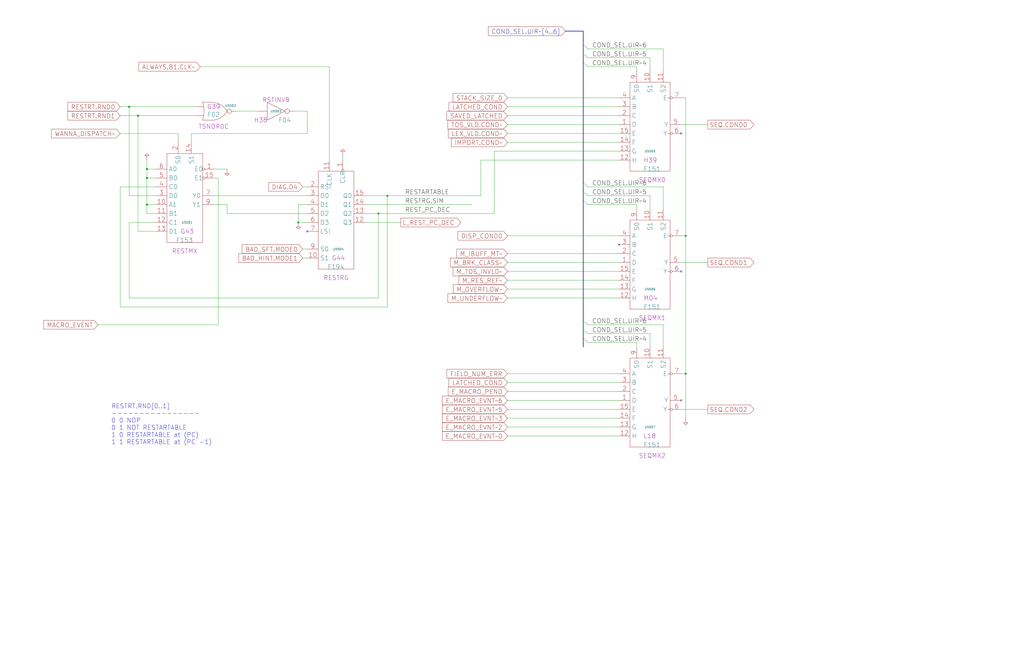
<source format=kicad_sch>
(kicad_sch (version 20250114) (generator "eeschema") (generator_version "9.0")
  (paper "User" 584.2 378.46)
  (title_block (title "SEQUENCE CONDITION SELECT") (date "22-MAY-90") (rev "1.0") (comment 1 "SEQUENCER") (comment 2 "232-003064") (comment 3 "S400") (comment 4 "RELEASED"))
  (lib_symbols
    (symbol "r1000:F02" (pin_numbers (hide yes)) (pin_names (hide yes))
      (property "Reference" "U" (at 12.16 0.635 0))
      (property "Value" "F02" (at -1.27 -4.445 0))
      (property "Location" "___" (at 2.54 0 0))
      (property "Name" "______" (at 2.54 -12.7 0))
      (symbol "F02_0_1"
        (arc (start -3.81 2.54) (mid -2.9847 -2.54) (end -3.81 -7.62) (stroke (width 0.1524)))
        (polyline (pts (xy -5.08 0) (xy -3.175 0)) (stroke (width 0.1524)))
        (polyline (pts (xy -5.08 -5.08) (xy -3.175 -5.08)) (stroke (width 0.1524)))
        (polyline (pts (xy -3.81 2.54) (xy 2.54 2.54)) (stroke (width 0.1524)))
        (polyline (pts (xy -3.81 -7.62) (xy 2.54 -7.62)) (stroke (width 0.1524)))
        (arc (start 2.54 2.54) (mid 6.9477 0.8966) (end 10.16 -2.54) (stroke (width 0.1524)))
        (arc (start 10.16 -2.54) (mid 6.9515 -5.9823) (end 2.54 -7.62) (stroke (width 0.1524)))
        (circle (center 11.43 -2.54) (radius 1.27) (stroke (width 0.1524)))
        (polyline (pts (xy 13.97 -2.54) (xy 12.7 -2.54)) (stroke (width 0.1524)))
      )
      (symbol "F02_0_2"
        (circle (center -3.81 0) (radius 1.27) (stroke (width 0.1524)))
        (circle (center -3.81 -5.08) (radius 1.27) (stroke (width 0.1524)))
        (polyline (pts (xy -2.54 2.54) (xy -2.54 -7.62)) (stroke (width 0.1524)))
        (polyline (pts (xy -2.54 2.54) (xy 5.08 2.54)) (stroke (width 0.1524)))
        (polyline (pts (xy -2.54 -7.62) (xy 5.08 -7.62)) (stroke (width 0.1524)))
        (arc (start 5.08 2.54) (mid 10.1281 -2.54) (end 5.08 -7.62) (stroke (width 0.1524)))
        (polyline (pts (xy 11.43 -2.54) (xy 10.16 -2.54)) (stroke (width 0.1524)))
        (polyline (pts (xy 11.43 -2.54) (xy 12.7 -2.54)) (stroke (width 0.1524)))
      )
      (symbol "F02_1_1"
        (pin input line (at -7.62 0 0) (length 2.54) (name "D0") (number "1"))
        (pin input line (at -7.62 -5.08 0) (length 2.54) (name "D1") (number "2"))
        (pin output line (at 15.24 -2.54 180) (length 1.27) (name "Q") (number "3"))
      )
      (symbol "F02_1_2"
        (pin input line (at -7.62 0 0) (length 2.54) (name "D0") (number "1"))
        (pin input line (at -7.62 -5.08 0) (length 2.54) (name "D1") (number "2"))
        (pin output line (at 15.24 -2.54 180) (length 2.54) (name "Q") (number "3"))
      )
    )
    (symbol "r1000:F04" (pin_numbers (hide yes)) (pin_names (hide yes))
      (property "Reference" "U" (at 0 0 0))
      (property "Value" "F04" (at 1.27 -5.08 0))
      (property "Location" "___" (at -12.7 -5.08 0))
      (property "Name" "______" (at 0 5.08 0))
      (symbol "F04_0_1"
        (polyline (pts (xy -7.62 0) (xy -5.08 0)) (stroke (width 0.1524)))
        (polyline (pts (xy -5.08 5.08) (xy -5.08 -5.08)) (stroke (width 0.1524)))
        (polyline (pts (xy 5.08 0) (xy -5.08 5.08)) (stroke (width 0.1524)))
        (polyline (pts (xy 5.08 0) (xy -5.08 -5.08)) (stroke (width 0.1524)))
        (circle (center 6.35 0) (radius 1.27) (stroke (width 0.1524)))
      )
      (symbol "F04_1_1"
        (pin input line (at -10.16 0 0) (length 2.54) (name "D0") (number "1"))
        (pin output line (at 10.16 0 180) (length 2.54) (name "Q") (number "2"))
      )
    )
    (symbol "r1000:F151" (pin_names (offset 1.016))
      (property "Reference" "U" (at 2.54 5.08 0))
      (property "Value" "F151" (at -1.27 -5.08 0))
      (property "Location" "___" (at -1.27 0 0))
      (property "Name" "______" (at 3.81 -12.7 0))
      (symbol "F151_1_1"
        (rectangle (start -8.89 44.45) (end 13.97 -6.35))
        (circle (center 14.605 35.56) (radius 0.635))
        (circle (center 14.605 15.24) (radius 0.635))
        (pin input line (at -15.24 35.56 0) (length 6.35) (name "A") (number "4"))
        (pin input line (at -15.24 30.48 0) (length 6.35) (name "B") (number "3"))
        (pin input line (at -15.24 25.4 0) (length 6.35) (name "C") (number "2"))
        (pin input line (at -15.24 20.32 0) (length 6.35) (name "D") (number "1"))
        (pin input line (at -15.24 15.24 0) (length 6.35) (name "E") (number "15"))
        (pin input line (at -15.24 10.16 0) (length 6.35) (name "F") (number "14"))
        (pin input line (at -15.24 5.08 0) (length 6.35) (name "G") (number "13"))
        (pin input line (at -15.24 0 0) (length 6.35) (name "H") (number "12"))
        (pin input line (at -5.08 50.8 270) (length 6.35) (name "S0") (number "9"))
        (pin input line (at 2.54 50.8 270) (length 6.35) (name "S1") (number "10"))
        (pin input line (at 10.16 50.8 270) (length 6.35) (name "S2") (number "11"))
        (pin input line (at 20.32 35.56 180) (length 5.08) (name "E~") (number "7"))
        (pin output line (at 20.32 20.32 180) (length 6.35) (name "Y") (number "5"))
        (pin output line (at 20.32 15.24 180) (length 5.08) (name "Y~") (number "6"))
      )
    )
    (symbol "r1000:F153" (pin_names (offset 1.016))
      (property "Reference" "U" (at 2.54 5.08 0))
      (property "Value" "F153" (at -3.81 -5.08 0))
      (property "Location" "___" (at -1.27 0 0))
      (property "Name" "______" (at 1.27 -12.7 0))
      (symbol "F153_1_1"
        (rectangle (start -8.89 44.45) (end 11.43 -6.35))
        (circle (center 12.065 35.56) (radius 0.635))
        (circle (center 12.065 30.48) (radius 0.635))
        (pin input line (at -15.24 35.56 0) (length 6.35) (name "A0") (number "6"))
        (pin input line (at -15.24 30.48 0) (length 6.35) (name "B0") (number "5"))
        (pin input line (at -15.24 25.4 0) (length 6.35) (name "C0") (number "4"))
        (pin input line (at -15.24 20.32 0) (length 6.35) (name "D0") (number "3"))
        (pin input line (at -15.24 15.24 0) (length 6.35) (name "A1") (number "10"))
        (pin input line (at -15.24 10.16 0) (length 6.35) (name "B1") (number "11"))
        (pin input line (at -15.24 5.08 0) (length 6.35) (name "C1") (number "12"))
        (pin input line (at -15.24 0 0) (length 6.35) (name "D1") (number "13"))
        (pin input line (at -2.54 50.8 270) (length 6.35) (name "S0") (number "2"))
        (pin input line (at 5.08 50.8 270) (length 6.35) (name "S1") (number "14"))
        (pin input line (at 17.78 35.56 180) (length 5.08) (name "E0") (number "1"))
        (pin input line (at 17.78 30.48 180) (length 5.08) (name "E1") (number "15"))
        (pin output line (at 17.78 20.32 180) (length 6.35) (name "Y0") (number "7"))
        (pin output line (at 17.78 15.24 180) (length 6.35) (name "Y1") (number "9"))
      )
    )
    (symbol "r1000:F194" (pin_names (offset 1.016))
      (property "Reference" "U" (at 2.54 5.08 0))
      (property "Value" "F194" (at -3.81 -5.08 0))
      (property "Location" "___" (at -1.27 0 0))
      (property "Name" "______" (at 1.27 -12.7 0))
      (symbol "F194_1_1"
        (rectangle (start -8.89 49.53) (end 11.43 -6.35))
        (circle (center 5.08 50.165) (radius 0.635))
        (pin input line (at -15.24 40.64 0) (length 6.35) (name "RSI") (number "2"))
        (pin input line (at -15.24 35.56 0) (length 6.35) (name "D0") (number "3"))
        (pin input line (at -15.24 30.48 0) (length 6.35) (name "D1") (number "4"))
        (pin input line (at -15.24 25.4 0) (length 6.35) (name "D2") (number "5"))
        (pin input line (at -15.24 20.32 0) (length 6.35) (name "D3") (number "6"))
        (pin input line (at -15.24 15.24 0) (length 6.35) (name "LSI") (number "7"))
        (pin input line (at -15.24 5.08 0) (length 6.35) (name "S0") (number "9"))
        (pin input line (at -15.24 0 0) (length 6.35) (name "S1") (number "10"))
        (pin input line (at -2.54 55.88 270) (length 6.35) (name "CLK") (number "11"))
        (pin input line (at 5.08 55.88 270) (length 5.08) (name "CLR") (number "1"))
        (pin output line (at 17.78 35.56 180) (length 6.35) (name "Q0") (number "15"))
        (pin output line (at 17.78 30.48 180) (length 6.35) (name "Q1") (number "14"))
        (pin output line (at 17.78 25.4 180) (length 6.35) (name "Q2") (number "13"))
        (pin output line (at 17.78 20.32 180) (length 6.35) (name "Q3") (number "12"))
      )
    )
    (symbol "r1000:PD" (power) (pin_numbers (hide yes)) (pin_names (hide yes)) (in_bom no)
      (symbol "PD_0_1"
        (polyline (pts (xy 0 -2.54) (xy 1.27 -2.54) (xy 0 -3.81) (xy -1.27 -2.54) (xy 0 -2.54)) (stroke (width 0.1524)))
      )
      (symbol "PD_1_1"
        (pin power_in line (at 0 0 270) (length 2.54) (name "PD") (number "1"))
      )
    )
    (symbol "r1000:PU" (power) (pin_numbers (hide yes)) (pin_names (hide yes))
      (symbol "PU_0_1"
        (polyline (pts (xy 0 2.54) (xy -1.27 2.54) (xy 0 3.81) (xy 1.27 2.54) (xy 0 2.54)) (stroke (width 0.1524)))
      )
      (symbol "PU_1_1"
        (pin power_in line (at 0 0 90) (length 2.54) (name "PU") (number "1"))
      )
    )
  )
  (text "RESTRT.RND[0..1]\n----------------\n0 0 NOP\n0 1 NOT RESTARTABLE\n1 0 RESTARTABLE at (PC)\n1 1 RESTARTABLE at (PC -1)" (at 63.5 254 0) (effects (font (size 2.54 2.54)) (justify left bottom)))
  (junction (at 83.82 96.52))
  (junction (at 73.66 60.96))
  (junction (at 391.16 134.62))
  (junction (at 215.9 121.92))
  (junction (at 391.16 213.36))
  (junction (at 78.74 66.04))
  (junction (at 83.82 101.6))
  (junction (at 83.82 116.84))
  (junction (at 170.18 127))
  (junction (at 220.98 111.76))
  (no_connect (at 388.62 76.2))
  (no_connect (at 353.06 139.7))
  (no_connect (at 388.62 228.6))
  (no_connect (at 388.62 154.94))
  (no_connect (at 175.26 132.08))
  (bus_entry (at 332.74 104.14) (size 2.54 2.54))
  (bus_entry (at 332.74 193.04) (size 2.54 2.54))
  (bus_entry (at 332.74 182.88) (size 2.54 2.54))
  (bus_entry (at 332.74 187.96) (size 2.54 2.54))
  (bus_entry (at 332.74 114.3) (size 2.54 2.54))
  (bus_entry (at 332.74 35.56) (size 2.54 2.54))
  (bus_entry (at 332.74 109.22) (size 2.54 2.54))
  (bus_entry (at 332.74 25.4) (size 2.54 2.54))
  (bus_entry (at 332.74 30.48) (size 2.54 2.54))
  (wire (pts (xy 391.16 134.62) (xy 391.16 55.88)))
  (wire (pts (xy 378.46 185.42) (xy 378.46 198.12)))
  (wire (pts (xy 83.82 116.84) (xy 88.9 116.84)))
  (wire (pts (xy 121.92 116.84) (xy 129.54 116.84)))
  (wire (pts (xy 187.96 38.1) (xy 187.96 91.44)))
  (bus (pts (xy 332.74 104.14) (xy 332.74 109.22)))
  (wire (pts (xy 335.28 38.1) (xy 363.22 38.1)))
  (bus (pts (xy 332.74 25.4) (xy 332.74 30.48)))
  (wire (pts (xy 170.18 127) (xy 175.26 127)))
  (wire (pts (xy 378.46 27.94) (xy 378.46 40.64)))
  (wire (pts (xy 335.28 190.5) (xy 370.84 190.5)))
  (wire (pts (xy 274.32 91.44) (xy 274.32 111.76)))
  (wire (pts (xy 274.32 111.76) (xy 220.98 111.76)))
  (wire (pts (xy 167.64 63.5) (xy 175.26 63.5)))
  (wire (pts (xy 73.66 170.18) (xy 215.9 170.18)))
  (wire (pts (xy 289.56 149.86) (xy 353.06 149.86)))
  (wire (pts (xy 134.62 63.5) (xy 147.32 63.5)))
  (wire (pts (xy 124.46 185.42) (xy 124.46 101.6)))
  (wire (pts (xy 335.28 111.76) (xy 370.84 111.76)))
  (wire (pts (xy 55.88 185.42) (xy 124.46 185.42)))
  (wire (pts (xy 281.94 121.92) (xy 215.9 121.92)))
  (wire (pts (xy 195.58 88.9) (xy 195.58 91.44)))
  (wire (pts (xy 175.26 116.84) (xy 170.18 116.84)))
  (wire (pts (xy 289.56 154.94) (xy 353.06 154.94)))
  (wire (pts (xy 121.92 111.76) (xy 175.26 111.76)))
  (wire (pts (xy 83.82 96.52) (xy 88.9 96.52)))
  (wire (pts (xy 289.56 228.6) (xy 353.06 228.6)))
  (wire (pts (xy 68.58 106.68) (xy 68.58 175.26)))
  (wire (pts (xy 109.22 76.2) (xy 109.22 81.28)))
  (wire (pts (xy 289.56 233.68) (xy 353.06 233.68)))
  (wire (pts (xy 289.56 71.12) (xy 353.06 71.12)))
  (wire (pts (xy 353.06 91.44) (xy 274.32 91.44)))
  (wire (pts (xy 175.26 76.2) (xy 109.22 76.2)))
  (wire (pts (xy 281.94 86.36) (xy 281.94 121.92)))
  (bus (pts (xy 332.74 109.22) (xy 332.74 114.3)))
  (wire (pts (xy 370.84 33.02) (xy 370.84 40.64)))
  (wire (pts (xy 353.06 86.36) (xy 281.94 86.36)))
  (wire (pts (xy 289.56 165.1) (xy 353.06 165.1)))
  (wire (pts (xy 83.82 96.52) (xy 83.82 101.6)))
  (wire (pts (xy 208.28 116.84) (xy 269.24 116.84)))
  (wire (pts (xy 83.82 101.6) (xy 88.9 101.6)))
  (wire (pts (xy 388.62 149.86) (xy 403.86 149.86)))
  (wire (pts (xy 289.56 223.52) (xy 353.06 223.52)))
  (wire (pts (xy 73.66 127) (xy 73.66 170.18)))
  (wire (pts (xy 289.56 144.78) (xy 353.06 144.78)))
  (wire (pts (xy 289.56 213.36) (xy 353.06 213.36)))
  (bus (pts (xy 322.58 17.78) (xy 332.74 17.78)))
  (wire (pts (xy 68.58 175.26) (xy 220.98 175.26)))
  (wire (pts (xy 335.28 27.94) (xy 378.46 27.94)))
  (wire (pts (xy 172.72 106.68) (xy 175.26 106.68)))
  (wire (pts (xy 129.54 121.92) (xy 175.26 121.92)))
  (wire (pts (xy 335.28 106.68) (xy 378.46 106.68)))
  (bus (pts (xy 332.74 17.78) (xy 332.74 25.4)))
  (wire (pts (xy 363.22 38.1) (xy 363.22 40.64)))
  (wire (pts (xy 88.9 127) (xy 73.66 127)))
  (wire (pts (xy 289.56 81.28) (xy 353.06 81.28)))
  (wire (pts (xy 363.22 195.58) (xy 363.22 198.12)))
  (wire (pts (xy 388.62 134.62) (xy 391.16 134.62)))
  (wire (pts (xy 73.66 111.76) (xy 88.9 111.76)))
  (wire (pts (xy 101.6 76.2) (xy 101.6 81.28)))
  (wire (pts (xy 114.3 38.1) (xy 187.96 38.1)))
  (wire (pts (xy 378.46 106.68) (xy 378.46 119.38)))
  (wire (pts (xy 73.66 60.96) (xy 111.76 60.96)))
  (wire (pts (xy 175.26 63.5) (xy 175.26 76.2)))
  (wire (pts (xy 289.56 248.92) (xy 353.06 248.92)))
  (wire (pts (xy 88.9 106.68) (xy 68.58 106.68)))
  (wire (pts (xy 88.9 121.92) (xy 83.82 121.92)))
  (bus (pts (xy 332.74 182.88) (xy 332.74 187.96)))
  (wire (pts (xy 388.62 213.36) (xy 391.16 213.36)))
  (wire (pts (xy 215.9 121.92) (xy 208.28 121.92)))
  (wire (pts (xy 68.58 66.04) (xy 78.74 66.04)))
  (wire (pts (xy 370.84 190.5) (xy 370.84 198.12)))
  (wire (pts (xy 83.82 91.44) (xy 83.82 96.52)))
  (bus (pts (xy 332.74 30.48) (xy 332.74 35.56)))
  (wire (pts (xy 208.28 127) (xy 228.6 127)))
  (bus (pts (xy 332.74 193.04) (xy 332.74 198.12)))
  (wire (pts (xy 78.74 66.04) (xy 78.74 132.08)))
  (wire (pts (xy 78.74 132.08) (xy 88.9 132.08)))
  (wire (pts (xy 78.74 66.04) (xy 111.76 66.04)))
  (wire (pts (xy 391.16 55.88) (xy 388.62 55.88)))
  (wire (pts (xy 83.82 101.6) (xy 83.82 116.84)))
  (wire (pts (xy 289.56 170.18) (xy 353.06 170.18)))
  (wire (pts (xy 391.16 238.76) (xy 391.16 213.36)))
  (wire (pts (xy 335.28 185.42) (xy 378.46 185.42)))
  (wire (pts (xy 73.66 60.96) (xy 73.66 111.76)))
  (wire (pts (xy 68.58 60.96) (xy 73.66 60.96)))
  (wire (pts (xy 388.62 233.68) (xy 403.86 233.68)))
  (wire (pts (xy 289.56 218.44) (xy 353.06 218.44)))
  (wire (pts (xy 289.56 55.88) (xy 353.06 55.88)))
  (wire (pts (xy 289.56 134.62) (xy 353.06 134.62)))
  (wire (pts (xy 68.58 76.2) (xy 101.6 76.2)))
  (wire (pts (xy 129.54 116.84) (xy 129.54 121.92)))
  (wire (pts (xy 289.56 243.84) (xy 353.06 243.84)))
  (wire (pts (xy 172.72 142.24) (xy 175.26 142.24)))
  (wire (pts (xy 289.56 160.02) (xy 353.06 160.02)))
  (wire (pts (xy 335.28 33.02) (xy 370.84 33.02)))
  (wire (pts (xy 124.46 101.6) (xy 121.92 101.6)))
  (wire (pts (xy 220.98 111.76) (xy 208.28 111.76)))
  (wire (pts (xy 172.72 147.32) (xy 175.26 147.32)))
  (bus (pts (xy 332.74 187.96) (xy 332.74 193.04)))
  (wire (pts (xy 83.82 116.84) (xy 83.82 121.92)))
  (wire (pts (xy 289.56 76.2) (xy 353.06 76.2)))
  (wire (pts (xy 289.56 60.96) (xy 353.06 60.96)))
  (wire (pts (xy 220.98 175.26) (xy 220.98 111.76)))
  (wire (pts (xy 363.22 116.84) (xy 363.22 119.38)))
  (wire (pts (xy 289.56 66.04) (xy 353.06 66.04)))
  (wire (pts (xy 215.9 170.18) (xy 215.9 121.92)))
  (bus (pts (xy 332.74 114.3) (xy 332.74 182.88)))
  (wire (pts (xy 289.56 238.76) (xy 353.06 238.76)))
  (wire (pts (xy 370.84 111.76) (xy 370.84 119.38)))
  (wire (pts (xy 391.16 213.36) (xy 391.16 134.62)))
  (wire (pts (xy 121.92 96.52) (xy 129.54 96.52)))
  (bus (pts (xy 332.74 35.56) (xy 332.74 104.14)))
  (wire (pts (xy 335.28 116.84) (xy 363.22 116.84)))
  (wire (pts (xy 335.28 195.58) (xy 363.22 195.58)))
  (wire (pts (xy 388.62 71.12) (xy 403.86 71.12)))
  (wire (pts (xy 170.18 116.84) (xy 170.18 127)))
  (label "COND_SEL.UIR~5" (at 337.82 33.02 0) (effects (font (size 2.54 2.54))))
  (label "COND_SEL.UIR~4" (at 337.82 195.58 0) (effects (font (size 2.54 2.54))))
  (label "RESTRG.SIM" (at 231.14 116.84 0) (effects (font (size 2.54 2.54))))
  (label "RESTARTABLE" (at 231.14 111.76 0) (effects (font (size 2.54 2.54))))
  (label "COND_SEL.UIR~6" (at 337.82 27.94 0) (effects (font (size 2.54 2.54))))
  (label "COND_SEL.UIR~4" (at 337.82 116.84 0) (effects (font (size 2.54 2.54))))
  (label "COND_SEL.UIR~5" (at 337.82 111.76 0) (effects (font (size 2.54 2.54))))
  (label "COND_SEL.UIR~5" (at 337.82 190.5 0) (effects (font (size 2.54 2.54))))
  (label "REST_PC_DEC" (at 231.14 121.92 0) (effects (font (size 2.54 2.54))))
  (label "COND_SEL.UIR~4" (at 337.82 38.1 0) (effects (font (size 2.54 2.54))))
  (label "COND_SEL.UIR~6" (at 337.82 185.42 0) (effects (font (size 2.54 2.54))))
  (label "COND_SEL.UIR~6" (at 337.82 106.68 0) (effects (font (size 2.54 2.54))))
  (global_label "WANNA_DISPATCH~" (shape input) (at 68.58 76.2 180) (effects (font (size 2.54 2.54))) (property "Intersheetrefs" "${INTERSHEET_REFS}" (at 29.4035 76.0413 0) (effects (font (size 1.905 1.905)) (justify right))))
  (global_label "M_TOS_INVLD~" (shape input) (at 289.56 154.94 180) (effects (font (size 2.54 2.54))) (property "Intersheetrefs" "${INTERSHEET_REFS}" (at 258.4873 154.7813 0) (effects (font (size 1.905 1.905)) (justify right))))
  (global_label "MACRO_EVENT" (shape input) (at 55.88 185.42 180) (effects (font (size 2.54 2.54))) (property "Intersheetrefs" "${INTERSHEET_REFS}" (at 24.9283 185.2613 0) (effects (font (size 1.905 1.905)) (justify right))))
  (global_label "M_BRK_CLASS~" (shape input) (at 289.56 149.86 180) (effects (font (size 2.54 2.54))) (property "Intersheetrefs" "${INTERSHEET_REFS}" (at 256.915 149.7013 0) (effects (font (size 1.905 1.905)) (justify right))))
  (global_label "E_MACRO_EVNT~6" (shape input) (at 289.56 228.6 180) (effects (font (size 2.54 2.54))) (property "Intersheetrefs" "${INTERSHEET_REFS}" (at 252.4397 228.4413 0) (effects (font (size 1.905 1.905)) (justify right))))
  (global_label "BAD_HINT.MODE1" (shape input) (at 172.72 147.32 180) (effects (font (size 2.54 2.54))) (property "Intersheetrefs" "${INTERSHEET_REFS}" (at 136.2045 147.1613 0) (effects (font (size 1.905 1.905)) (justify right))))
  (global_label "E_MACRO_EVNT~3" (shape input) (at 289.56 238.76 180) (effects (font (size 2.54 2.54))) (property "Intersheetrefs" "${INTERSHEET_REFS}" (at 252.4397 238.6013 0) (effects (font (size 1.905 1.905)) (justify right))))
  (global_label "L_REST_PC_DEC" (shape output) (at 228.6 127 0) (effects (font (size 2.54 2.54))) (property "Intersheetrefs" "${INTERSHEET_REFS}" (at 262.9384 126.8413 0) (effects (font (size 1.905 1.905)) (justify left))))
  (global_label "M_UNDERFLOW~" (shape input) (at 289.56 170.18 180) (effects (font (size 2.54 2.54))) (property "Intersheetrefs" "${INTERSHEET_REFS}" (at 255.5845 170.0213 0) (effects (font (size 1.905 1.905)) (justify right))))
  (global_label "SEQ.COND2" (shape output) (at 403.86 233.68 0) (effects (font (size 2.54 2.54))) (property "Intersheetrefs" "${INTERSHEET_REFS}" (at 430.0946 233.5213 0) (effects (font (size 1.905 1.905)) (justify left))))
  (global_label "DISP_COND0" (shape input) (at 289.56 134.62 180) (effects (font (size 2.54 2.54))) (property "Intersheetrefs" "${INTERSHEET_REFS}" (at 261.2692 134.4613 0) (effects (font (size 1.905 1.905)) (justify right))))
  (global_label "TOS_VLD.COND~" (shape input) (at 289.56 71.12 180) (effects (font (size 2.54 2.54))) (property "Intersheetrefs" "${INTERSHEET_REFS}" (at 255.5845 70.9613 0) (effects (font (size 1.905 1.905)) (justify right))))
  (global_label "SEQ.COND1" (shape output) (at 403.86 149.86 0) (effects (font (size 2.54 2.54))) (property "Intersheetrefs" "${INTERSHEET_REFS}" (at 430.0946 149.7013 0) (effects (font (size 1.905 1.905)) (justify left))))
  (global_label "LATCHED_COND" (shape input) (at 289.56 218.44 180) (effects (font (size 2.54 2.54))) (property "Intersheetrefs" "${INTERSHEET_REFS}" (at 256.1892 218.2813 0) (effects (font (size 1.905 1.905)) (justify right))))
  (global_label "E_MACRO_PEND" (shape input) (at 289.56 223.52 180) (effects (font (size 2.54 2.54))) (property "Intersheetrefs" "${INTERSHEET_REFS}" (at 255.7054 223.3613 0) (effects (font (size 1.905 1.905)) (justify right))))
  (global_label "LEX_VLD.COND~" (shape input) (at 289.56 76.2 180) (effects (font (size 2.54 2.54))) (property "Intersheetrefs" "${INTERSHEET_REFS}" (at 255.8264 76.0413 0) (effects (font (size 1.905 1.905)) (justify right))))
  (global_label "COND_SEL.UIR~[4..6]" (shape input) (at 322.58 17.78 180) (effects (font (size 2.54 2.54))) (property "Intersheetrefs" "${INTERSHEET_REFS}" (at 278.5654 17.6213 0) (effects (font (size 1.905 1.905)) (justify right))))
  (global_label "DIAG.D4" (shape input) (at 172.72 106.68 180) (effects (font (size 2.54 2.54))) (property "Intersheetrefs" "${INTERSHEET_REFS}" (at 153.2588 106.5213 0) (effects (font (size 1.905 1.905)) (justify right))))
  (global_label "M_IBUFF_MT~" (shape input) (at 289.56 144.78 180) (effects (font (size 2.54 2.54))) (property "Intersheetrefs" "${INTERSHEET_REFS}" (at 260.5435 144.6213 0) (effects (font (size 1.905 1.905)) (justify right))))
  (global_label "RESTRT.RND0" (shape input) (at 68.58 60.96 180) (effects (font (size 2.54 2.54))) (property "Intersheetrefs" "${INTERSHEET_REFS}" (at 38.7169 60.8013 0) (effects (font (size 1.905 1.905)) (justify right))))
  (global_label "STACK_SIZE_0" (shape input) (at 289.56 55.88 180) (effects (font (size 2.54 2.54))) (property "Intersheetrefs" "${INTERSHEET_REFS}" (at 258.4873 55.7213 0) (effects (font (size 1.905 1.905)) (justify right))))
  (global_label "E_MACRO_EVNT~0" (shape input) (at 289.56 248.92 180) (effects (font (size 2.54 2.54))) (property "Intersheetrefs" "${INTERSHEET_REFS}" (at 252.4397 248.7613 0) (effects (font (size 1.905 1.905)) (justify right))))
  (global_label "IMPORT.COND~" (shape input) (at 289.56 81.28 180) (effects (font (size 2.54 2.54))) (property "Intersheetrefs" "${INTERSHEET_REFS}" (at 257.5197 81.1213 0) (effects (font (size 1.905 1.905)) (justify right))))
  (global_label "SAVED_LATCHED" (shape input) (at 289.56 66.04 180) (effects (font (size 2.54 2.54))) (property "Intersheetrefs" "${INTERSHEET_REFS}" (at 254.9797 65.8813 0) (effects (font (size 1.905 1.905)) (justify right))))
  (global_label "E_MACRO_EVNT~2" (shape input) (at 289.56 243.84 180) (effects (font (size 2.54 2.54))) (property "Intersheetrefs" "${INTERSHEET_REFS}" (at 252.4397 243.6813 0) (effects (font (size 1.905 1.905)) (justify right))))
  (global_label "BAD_SFT.MODE0" (shape input) (at 172.72 142.24 180) (effects (font (size 2.54 2.54))) (property "Intersheetrefs" "${INTERSHEET_REFS}" (at 138.1397 142.0813 0) (effects (font (size 1.905 1.905)) (justify right))))
  (global_label "M_OVERFLOW~" (shape input) (at 289.56 165.1 180) (effects (font (size 2.54 2.54))) (property "Intersheetrefs" "${INTERSHEET_REFS}" (at 258.6083 164.9413 0) (effects (font (size 1.905 1.905)) (justify right))))
  (global_label "RESTRT.RND1" (shape input) (at 68.58 66.04 180) (effects (font (size 2.54 2.54))) (property "Intersheetrefs" "${INTERSHEET_REFS}" (at 38.7169 65.8813 0) (effects (font (size 1.905 1.905)) (justify right))))
  (global_label "E_MACRO_EVNT~5" (shape input) (at 289.56 233.68 180) (effects (font (size 2.54 2.54))) (property "Intersheetrefs" "${INTERSHEET_REFS}" (at 252.4397 233.5213 0) (effects (font (size 1.905 1.905)) (justify right))))
  (global_label "SEQ.COND0" (shape output) (at 403.86 71.12 0) (effects (font (size 2.54 2.54))) (property "Intersheetrefs" "${INTERSHEET_REFS}" (at 430.0946 70.9613 0) (effects (font (size 1.905 1.905)) (justify left))))
  (global_label "ALWAYS.B1.CLK~" (shape input) (at 114.3 38.1 180) (effects (font (size 2.54 2.54))) (property "Intersheetrefs" "${INTERSHEET_REFS}" (at 79.2359 37.9413 0) (effects (font (size 1.905 1.905)) (justify right))))
  (global_label "FIELD_NUM_ERR" (shape input) (at 289.56 213.36 180) (effects (font (size 2.54 2.54))) (property "Intersheetrefs" "${INTERSHEET_REFS}" (at 254.9797 213.2013 0) (effects (font (size 1.905 1.905)) (justify right))))
  (global_label "LATCHED_COND" (shape input) (at 289.56 60.96 180) (effects (font (size 2.54 2.54))) (property "Intersheetrefs" "${INTERSHEET_REFS}" (at 256.1892 60.8013 0) (effects (font (size 1.905 1.905)) (justify right))))
  (global_label "M_RES_REF~" (shape input) (at 289.56 160.02 180) (effects (font (size 2.54 2.54))) (property "Intersheetrefs" "${INTERSHEET_REFS}" (at 261.874 159.8613 0) (effects (font (size 1.905 1.905)) (justify right))))
  (symbol (lib_id "r1000:PU") (at 83.82 91.44 0) (unit 1)
    (property "Reference" "#PWR05501" (effects (hide yes)))
    (property "Value" "PU" (effects (hide yes)))
  )
  (symbol (lib_id "r1000:PD") (at 391.16 238.76 0) (unit 1) (in_bom no)
    (property "Reference" "#PWR05504" (effects (hide yes)))
    (property "Value" "PD" (effects (hide yes)))
  )
  (symbol (lib_id "r1000:PD") (at 129.54 96.52 0) (unit 1) (in_bom no)
    (property "Reference" "#PWR05502" (effects (hide yes)))
    (property "Value" "PD" (effects (hide yes)))
  )
  (symbol (lib_id "r1000:F02") (at 119.38 60.96 0) (unit 1)
    (property "Reference" "U5502" (at 131.54 60.325 0))
    (property "Value" "F02" (at 118.11 65.405 0) (effects (font (size 2.54 2.54)) (justify left)))
    (property "Location" "G39" (at 121.92 60.96 0) (effects (font (size 2.54 2.54))))
    (property "Name" "TSNOR0C" (at 121.92 73.66 0) (effects (font (size 2.54 2.54)) (justify bottom)))
  )
  (symbol (lib_id "r1000:F151") (at 368.3 170.18 0) (unit 1)
    (property "Reference" "U5506" (at 370.84 165.1 0))
    (property "Value" "F151" (at 367.03 175.26 0) (effects (font (size 2.54 2.54)) (justify left)))
    (property "Location" "M04" (at 367.03 170.18 0) (effects (font (size 2.54 2.54)) (justify left)))
    (property "Name" "SEQMX1" (at 372.11 182.88 0) (effects (font (size 2.54 2.54)) (justify bottom)))
  )
  (symbol (lib_id "r1000:F04") (at 157.48 63.5 0) (unit 1)
    (property "Reference" "U5503" (at 157.48 63.5 0))
    (property "Value" "F04" (at 158.75 68.58 0) (effects (font (size 2.54 2.54)) (justify left)))
    (property "Location" "H38" (at 144.78 68.58 0) (effects (font (size 2.54 2.54)) (justify left)))
    (property "Name" "RSTINVB" (at 157.48 58.42 0) (effects (font (size 2.54 2.54)) (justify bottom)))
  )
  (symbol (lib_id "r1000:F151") (at 368.3 91.44 0) (unit 1)
    (property "Reference" "U5505" (at 370.84 86.36 0))
    (property "Value" "F151" (at 367.03 96.52 0) (effects (font (size 2.54 2.54)) (justify left)))
    (property "Location" "H39" (at 367.03 91.44 0) (effects (font (size 2.54 2.54)) (justify left)))
    (property "Name" "SEQMX0" (at 372.11 104.14 0) (effects (font (size 2.54 2.54)) (justify bottom)))
  )
  (symbol (lib_id "r1000:F153") (at 104.14 132.08 0) (unit 1)
    (property "Reference" "U5501" (at 106.68 127 0))
    (property "Value" "F153" (at 100.33 137.16 0) (effects (font (size 2.54 2.54)) (justify left)))
    (property "Location" "G43" (at 102.87 132.08 0) (effects (font (size 2.54 2.54)) (justify left)))
    (property "Name" "RESTMX" (at 105.41 144.78 0) (effects (font (size 2.54 2.54)) (justify bottom)))
  )
  (symbol (lib_id "r1000:PD") (at 170.18 127 0) (unit 1) (in_bom no)
    (property "Reference" "#PWR05505" (effects (hide yes)))
    (property "Value" "PD" (effects (hide yes)))
  )
  (symbol (lib_id "r1000:F194") (at 190.5 147.32 0) (unit 1)
    (property "Reference" "U5504" (at 193.04 142.24 0))
    (property "Value" "F194" (at 186.69 152.4 0) (effects (font (size 2.54 2.54)) (justify left)))
    (property "Location" "G44" (at 189.23 147.32 0) (effects (font (size 2.54 2.54)) (justify left)))
    (property "Name" "RESTRG" (at 191.77 160.02 0) (effects (font (size 2.54 2.54)) (justify bottom)))
  )
  (symbol (lib_id "r1000:PU") (at 195.58 88.9 0) (unit 1)
    (property "Reference" "#PWR05503" (effects (hide yes)))
    (property "Value" "PU" (effects (hide yes)))
  )
  (symbol (lib_id "r1000:F151") (at 368.3 248.92 0) (unit 1)
    (property "Reference" "U5507" (at 370.84 243.84 0))
    (property "Value" "F151" (at 367.03 254 0) (effects (font (size 2.54 2.54)) (justify left)))
    (property "Location" "L18" (at 367.03 248.92 0) (effects (font (size 2.54 2.54)) (justify left)))
    (property "Name" "SEQMX2" (at 372.11 261.62 0) (effects (font (size 2.54 2.54)) (justify bottom)))
  )
)
</source>
